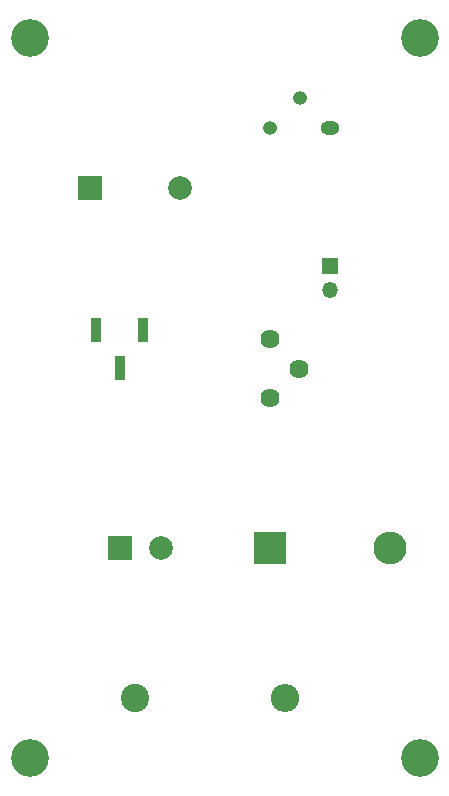
<source format=gbr>
%TF.GenerationSoftware,KiCad,Pcbnew,7.0.7*%
%TF.CreationDate,2024-02-26T23:05:05+05:30*%
%TF.ProjectId,ABC,4142432e-6b69-4636-9164-5f7063625858,v01*%
%TF.SameCoordinates,Original*%
%TF.FileFunction,Soldermask,Top*%
%TF.FilePolarity,Negative*%
%FSLAX46Y46*%
G04 Gerber Fmt 4.6, Leading zero omitted, Abs format (unit mm)*
G04 Created by KiCad (PCBNEW 7.0.7) date 2024-02-26 23:05:05*
%MOMM*%
%LPD*%
G01*
G04 APERTURE LIST*
%ADD10C,3.200000*%
%ADD11R,1.350000X1.350000*%
%ADD12O,1.350000X1.350000*%
%ADD13C,1.620000*%
%ADD14C,2.400000*%
%ADD15O,2.400000X2.400000*%
%ADD16O,1.200000X1.200000*%
%ADD17O,1.600000X1.200000*%
%ADD18R,0.900000X2.000000*%
%ADD19R,2.800000X2.800000*%
%ADD20O,2.800000X2.800000*%
%ADD21R,2.000000X2.000000*%
%ADD22C,2.000000*%
G04 APERTURE END LIST*
D10*
%TO.C,REF\u002A\u002A*%
X101600000Y-149860000D03*
%TD*%
%TO.C,REF\u002A\u002A*%
X134620000Y-149860000D03*
%TD*%
%TO.C,REF\u002A\u002A*%
X101600000Y-88900000D03*
%TD*%
%TO.C,REF\u002A\u002A*%
X134620000Y-88900000D03*
%TD*%
D11*
%TO.C,TH1*%
X127000000Y-108220000D03*
D12*
X127000000Y-110220000D03*
%TD*%
D13*
%TO.C,RV1*%
X121920000Y-114380000D03*
X124420000Y-116880000D03*
X121920000Y-119380000D03*
%TD*%
D14*
%TO.C,R1*%
X110490000Y-144780000D03*
D15*
X123190000Y-144780000D03*
%TD*%
D16*
%TO.C,Q1*%
X121920000Y-96520000D03*
X124460000Y-93980000D03*
D17*
X127000000Y-96520000D03*
%TD*%
D18*
%TO.C,J1*%
X107220000Y-113640000D03*
X109220000Y-116840000D03*
X111220000Y-113640000D03*
%TD*%
D19*
%TO.C,D1*%
X121920000Y-132080000D03*
D20*
X132080000Y-132080000D03*
%TD*%
D21*
%TO.C,C1*%
X109220000Y-132080000D03*
D22*
X112720000Y-132080000D03*
%TD*%
D21*
%TO.C,BZ1*%
X106700000Y-101600000D03*
D22*
X114300000Y-101600000D03*
%TD*%
M02*

</source>
